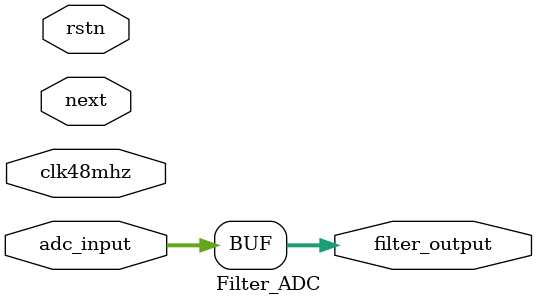
<source format=v>
`timescale 1ns / 1ps
module Filter_ADC(
    input clk48mhz,
    input rstn,
    input next,
    input [15:0] adc_input,
    output [15:0] filter_output
    );
reg [15:0] memory8,memory7,memory6,memory5,memory4,memory3,memory2,memory1,memory0;
reg [15:0] sum = 0; 
reg [15:0] sub = 0;

assign filter_output = adc_input; //memory0; //sum[7:0];
always @(posedge clk48mhz)
begin 
   if (next)
   begin
      sub     <= adc_input - memory8;
      sum     <= memory1;
      memory0 <= adc_input;
      memory1 <= memory0;
      memory2 <= memory1;
      memory3 <= memory2;
      memory4 <= memory3;
      memory5 <= memory4;
      memory6 <= memory5;
      memory7 <= memory6;
      memory8 <= memory7;
   end   
end
endmodule

</source>
